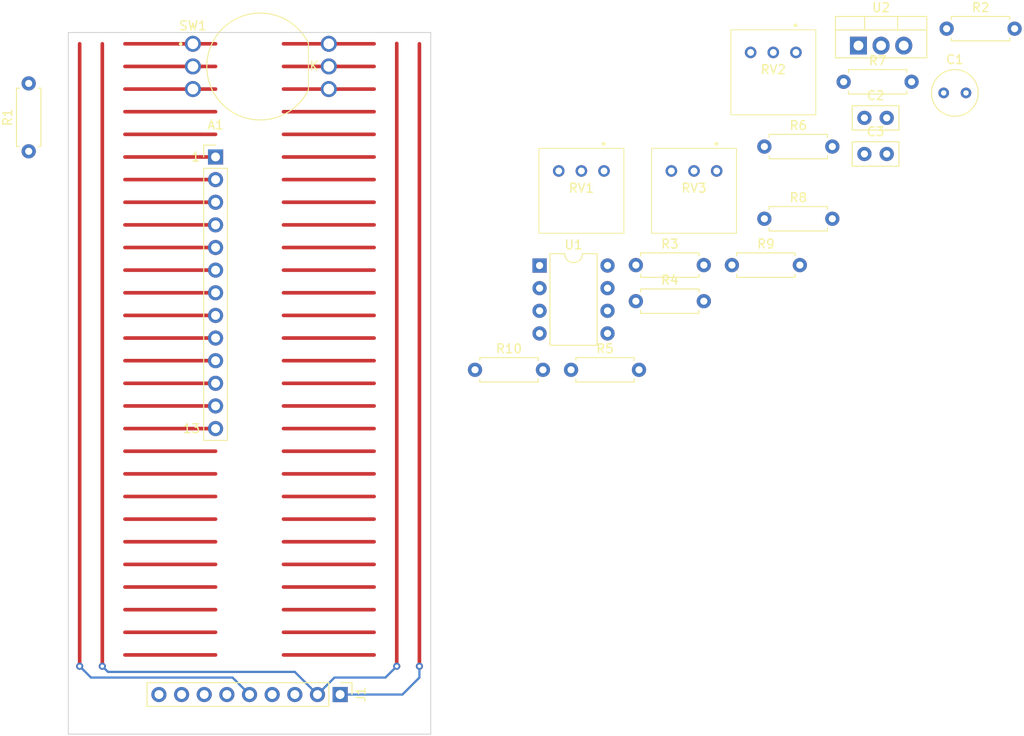
<source format=kicad_pcb>
(kicad_pcb (version 20211014) (generator pcbnew)
  (title_block (title "Eurorack ProtoModule") (date "2021-10-06") (rev "1.0") (company "Len Popp") (comment 1 "Copyright © 2022 Len Popp CC BY") (comment 2 "Layout design for my custom Eurorack breadboard prototyping module"))
  (layers (0 "F.Cu" signal) (1 "In1.Cu" jumper "Wire1.Cu") (2 "In2.Cu" jumper "Wire2.Cu") (3 "In3.Cu" jumper "Wire3.Cu") (4 "In4.Cu" jumper "Wire4.Cu") (31 "B.Cu" signal) (34 "B.Paste" user) (35 "F.Paste" user) (36 "B.SilkS" user "B.Silkscreen") (37 "F.SilkS" user "F.Silkscreen") (38 "B.Mask" user) (39 "F.Mask" user) (44 "Edge.Cuts" user))
  (net 0 "")
  (net 1 "+12V")
  (net 2 "GND")
  (net 3 "-12V")
  (net 4 "+5V")
  (net 5 "BUS-GATE")
  (net 6 "BUS-CV")
  (net 8 "IN-OUT-1")
  (net 9 "IN-OUT-2")
  (net 10 "Net-(A1-Pad1)")
  (net 11 "Net-(A1-Pad2)")
  (net 12 "Net-(A1-Pad3)")
  (net 13 "Net-(A1-Pad4)")
  (net 14 "Net-(A1-Pad5)")
  (net 15 "Net-(A1-Pad6)")
  (net 16 "unconnected-(A1-Pad7)")
  (net 17 "unconnected-(A1-Pad8)")
  (net 18 "Net-(A1-Pad9)")
  (net 19 "Net-(A1-Pad10)")
  (net 20 "Net-(A1-Pad11)")
  (net 21 "+8V")
  (net 22 "Net-(C1-Pad1)")
  (net 23 "Net-(C2-Pad1)")
  (net 24 "Net-(C3-Pad1)")
  (net 25 "Net-(R1-Pad2)")
  (net 26 "Net-(R3-Pad1)")
  (footprint "Connector_PinHeader_2.54mm:PinHeader_1x09_P2.54mm_Vertical" (layer "F.Cu") (at 113.03 98.425 -90)
    (fp_text reference "J1" (at 0 -2.33 90) (layer "F.SilkS"))
    (fp_text value "Conn_01x09")
    (fp_line (start -1.33 21.65) (end 1.33 21.65) (layer "F.SilkS") (width 0.12))
    (fp_line (start -1.33 1.27) (end -1.33 21.65) (layer "F.SilkS") (width 0.12))
    (fp_line (start 1.33 1.27) (end 1.33 21.65) (layer "F.SilkS") (width 0.12))
    (fp_line (start -1.33 -1.33) (end 0 -1.33) (layer "F.SilkS") (width 0.12))
    (fp_line (start -1.33 1.27) (end 1.33 1.27) (layer "F.SilkS") (width 0.12))
    (fp_line (start -1.33 0) (end -1.33 -1.33) (layer "F.SilkS") (width 0.12))
    (pad "1" thru_hole rect locked (at 0 0 270) (size 1.7 1.7) (drill 1) (layers *.Cu *.Mask) (net 3 "-12V"))
    (pad "2" thru_hole oval locked (at 0 2.54 270) (size 1.7 1.7) (drill 1) (layers *.Cu *.Mask) (net 2 "GND"))
    (pad "3" thru_hole oval locked (at 0 5.08 270) (size 1.7 1.7) (drill 1) (layers *.Cu *.Mask) (net 9 "IN-OUT-2"))
    (pad "4" thru_hole oval locked (at 0 7.62 270) (size 1.7 1.7) (drill 1) (layers *.Cu *.Mask) (net 8 "IN-OUT-1"))
    (pad "5" thru_hole oval locked (at 0 10.16 270) (size 1.7 1.7) (drill 1) (layers *.Cu *.Mask) (net 1 "+12V"))
    (pad "6" thru_hole oval locked (at 0 12.7 270) (size 1.7 1.7) (drill 1) (layers *.Cu *.Mask))
    (pad "7" thru_hole oval locked (at 0 15.24 270) (size 1.7 1.7) (drill 1) (layers *.Cu *.Mask) (net 4 "+5V"))
    (pad "8" thru_hole oval locked (at 0 17.78 270) (size 1.7 1.7) (drill 1) (layers *.Cu *.Mask) (net 6 "BUS-CV"))
    (pad "9" thru_hole oval locked (at 0 20.32 270) (size 1.7 1.7) (drill 1) (layers *.Cu *.Mask) (net 5 "BUS-GATE"))
  )
  (footprint "-lmp-misc:R_Axial_DIN0207_L6.3mm_D2.5mm_P7.62mm_Horizontal" (layer "F.Cu") (at 156.965 50.233)
    (fp_text reference "R9" (at 3.81 -2.37) (layer "F.SilkS"))
    (fp_text value "3K9")
    (fp_line (start 0.54 -1.04) (end 0.54 -1.37) (layer "F.SilkS") (width 0.12))
    (fp_line (start 0.54 -1.37) (end 7.08 -1.37) (layer "F.SilkS") (width 0.12))
    (fp_line (start 0.54 1.04) (end 0.54 1.37) (layer "F.SilkS") (width 0.12))
    (fp_line (start 7.08 -1.37) (end 7.08 -1.04) (layer "F.SilkS") (width 0.12))
    (fp_line (start 0.54 1.37) (end 7.08 1.37) (layer "F.SilkS") (width 0.12))
    (fp_line (start 7.08 1.37) (end 7.08 1.04) (layer "F.SilkS") (width 0.12))
    (pad "1" thru_hole circle locked (at 0 0) (size 1.6 1.6) (drill 0.8) (layers *.Cu *.Mask) (net 18 "Net-(A1-Pad9)"))
    (pad "2" thru_hole oval locked (at 7.62 0) (size 1.6 1.6) (drill 0.8) (layers *.Cu *.Mask) (net 9 "IN-OUT-2"))
  )
  (footprint "-lmp-misc:C_Disc_D5.0mm_W2.5mm_P2.50mm" (layer "F.Cu") (at 171.825 33.713)
    (fp_text reference "C2" (at 1.25 -2.5) (layer "F.SilkS"))
    (fp_text value "470P")
    (fp_line (start 3.87 -1.37) (end 3.87 1.37) (layer "F.SilkS") (width 0.12))
    (fp_line (start -1.37 1.37) (end 3.87 1.37) (layer "F.SilkS") (width 0.12))
    (fp_line (start -1.37 -1.37) (end -1.37 1.37) (layer "F.SilkS") (width 0.12))
    (fp_line (start -1.37 -1.37) (end 3.87 -1.37) (layer "F.SilkS") (width 0.12))
    (pad "1" thru_hole circle locked (at 0 0) (size 1.6 1.6) (drill 0.8) (layers *.Cu *.Mask) (net 23 "Net-(C2-Pad1)"))
    (pad "2" thru_hole circle locked (at 2.5 0) (size 1.6 1.6) (drill 0.8) (layers *.Cu *.Mask) (net 9 "IN-OUT-2"))
  )
  (footprint "-lmp-misc:C_Disc_D5.0mm_W2.5mm_P2.50mm" (layer "F.Cu") (at 171.825 37.763)
    (fp_text reference "C3" (at 1.25 -2.5) (layer "F.SilkS"))
    (fp_text value "470P")
    (fp_line (start -1.37 -1.37) (end -1.37 1.37) (layer "F.SilkS") (width 0.12))
    (fp_line (start -1.37 1.37) (end 3.87 1.37) (layer "F.SilkS") (width 0.12))
    (fp_line (start 3.87 -1.37) (end 3.87 1.37) (layer "F.SilkS") (width 0.12))
    (fp_line (start -1.37 -1.37) (end 3.87 -1.37) (layer "F.SilkS") (width 0.12))
    (pad "1" thru_hole circle locked (at 0 0) (size 1.6 1.6) (drill 0.8) (layers *.Cu *.Mask) (net 24 "Net-(C3-Pad1)"))
    (pad "2" thru_hole circle locked (at 2.5 0) (size 1.6 1.6) (drill 0.8) (layers *.Cu *.Mask) (net 2 "GND"))
  )
  (footprint "-lmp-breakout:Breakout_SW_Push_LED_C&K_D6R" (layer "F.Cu") (at 96.52 25.4)
    (fp_text reference "SW1" (at 0 -2.032) (layer "F.SilkS") (effects (font (size 1.016 1.016) (thickness 0.1524))))
    (fp_text value "SW_LED" hide)
    (fp_text user "K" (at 13.589 2.5 unlocked) (layer "F.SilkS"))
    (fp_line (start 12.954 -0.075) (end 12.954 5.175) (layer "F.SilkS") (width 0.1))
    (fp_arc (start 12.954 5.15) (mid 1.556108 2.55) (end 12.954 -0.05) (layer "F.SilkS") (width 0.12))
    (fp_arc (start -1.27 0) (mid -1.37 0.1) (end -1.47 0) (layer "F.SilkS") (width 0.2))
    (fp_arc (start -1.47 0) (mid -1.37 -0.1) (end -1.27 0) (layer "F.SilkS") (width 0.2))
    (pad "1" thru_hole circle (at 0 0) (size 1.8 1.8) (drill 1.2) (layers *.Cu *.Mask) (net 25 "Net-(R1-Pad2)"))
    (pad "2" thru_hole circle (at 15.24 0) (size 1.8 1.8) (drill 1.2) (layers *.Cu *.Mask) (net 25 "Net-(R1-Pad2)"))
    (pad "3" thru_hole circle (at 0 5.08) (size 1.8 1.8) (drill 1.2) (layers *.Cu *.Mask) (net 2 "GND"))
    (pad "4" thru_hole circle (at 15.24 5.08) (size 1.8 1.8) (drill 1.2) (layers *.Cu *.Mask) (net 2 "GND"))
    (pad "5" thru_hole circle (at 0 2.54) (size 1.8 1.8) (drill 1.2) (layers *.Cu *.Mask) (net 25 "Net-(R1-Pad2)"))
    (pad "6" thru_hole circle (at 15.24 2.54) (size 1.8 1.8) (drill 1.2) (layers *.Cu *.Mask) (net 2 "GND"))
  )
  (footprint "-lmp-misc:R_Axial_DIN0207_L6.3mm_D2.5mm_P7.62mm_Horizontal" (layer "F.Cu") (at 128.155 61.983)
    (fp_text reference "R10" (at 3.81 -2.37) (layer "F.SilkS"))
    (fp_text value "3K9")
    (fp_line (start 0.54 1.37) (end 7.08 1.37) (layer "F.SilkS") (width 0.12))
    (fp_line (start 7.08 1.37) (end 7.08 1.04) (layer "F.SilkS") (width 0.12))
    (fp_line (start 7.08 -1.37) (end 7.08 -1.04) (layer "F.SilkS") (width 0.12))
    (fp_line (start 0.54 -1.37) (end 7.08 -1.37) (layer "F.SilkS") (width 0.12))
    (fp_line (start 0.54 1.04) (end 0.54 1.37) (layer "F.SilkS") (width 0.12))
    (fp_line (start 0.54 -1.04) (end 0.54 -1.37) (layer "F.SilkS") (width 0.12))
    (pad "1" thru_hole circle locked (at 0 0) (size 1.6 1.6) (drill 0.8) (layers *.Cu *.Mask) (net 19 "Net-(A1-Pad10)"))
    (pad "2" thru_hole oval locked (at 7.62 0) (size 1.6 1.6) (drill 0.8) (layers *.Cu *.Mask) (net 2 "GND"))
  )
  (footprint "-lmp-misc:R_Axial_DIN0207_L6.3mm_D2.5mm_P7.62mm_Horizontal" (layer "F.Cu") (at 181.045 23.703)
    (fp_text reference "R2" (at 3.81 -2.37) (layer "F.SilkS"))
    (fp_text value "100K")
    (fp_line (start 7.08 1.37) (end 7.08 1.04) (layer "F.SilkS") (width 0.12))
    (fp_line (start 0.54 1.04) (end 0.54 1.37) (layer "F.SilkS") (width 0.12))
    (fp_line (start 7.08 -1.37) (end 7.08 -1.04) (layer "F.SilkS") (width 0.12))
    (fp_line (start 0.54 -1.37) (end 7.08 -1.37) (layer "F.SilkS") (width 0.12))
    (fp_line (start 0.54 1.37) (end 7.08 1.37) (layer "F.SilkS") (width 0.12))
    (fp_line (start 0.54 -1.04) (end 0.54 -1.37) (layer "F.SilkS") (width 0.12))
    (pad "1" thru_hole circle locked (at 0 0) (size 1.6 1.6) (drill 0.8) (layers *.Cu *.Mask) (net 8 "IN-OUT-1"))
    (pad "2" thru_hole oval locked (at 7.62 0) (size 1.6 1.6) (drill 0.8) (layers *.Cu *.Mask) (net 2 "GND"))
  )
  (footprint "-lmp-misc:Potentiometer_Bourns_3310R_Top" (layer "F.Cu") (at 140.085 41.593)
    (fp_text reference "RV1" (at 0 0) (layer "F.SilkS"))
    (fp_text value "100K" hide)
    (fp_line (start -4.765 -4.465) (end 4.765 -4.465) (layer "F.SilkS") (width 0.1))
    (fp_line (start 2.6 -4.965) (end 2.6 -4.965) (layer "F.SilkS") (width 0.2))
    (fp_line (start 2.4 -4.965) (end 2.4 -4.965) (layer "F.SilkS") (width 0.2))
    (fp_line (start 4.765 5.065) (end -4.765 5.065) (layer "F.SilkS") (width 0.1))
    (fp_line (start -4.765 5.065) (end -4.765 -4.465) (layer "F.SilkS") (width 0.1))
    (fp_line (start 4.765 -4.465) (end 4.765 5.065) (layer "F.SilkS") (width 0.1))
    (fp_arc (start 2.4 -4.965) (mid 2.5 -5.065) (end 2.6 -4.965) (layer "F.SilkS") (width 0.2))
    (fp_arc (start 2.6 -4.965) (mid 2.5 -4.865) (end 2.4 -4.965) (layer "F.SilkS") (width 0.2))
    (pad "1" thru_hole circle (at 2.54 -1.925) (size 1.302857 1.302857) (drill 0.76) (layers *.Cu *.Mask) (net 10 "Net-(A1-Pad1)"))
    (pad "2" thru_hole circle (at 0 -1.925) (size 1.302857 1.302857) (drill 0.76) (layers *.Cu *.Mask) (net 12 "Net-(A1-Pad3)"))
    (pad "3" thru_hole circle (at -2.54 -1.925) (size 1.302857 1.302857) (drill 0.76) (layers *.Cu *.Mask) (net 2 "GND"))
  )
  (footprint "-lmp-misc:R_Axial_DIN0207_L6.3mm_D2.5mm_P7.62mm_Horizontal" (layer "F.Cu") (at 146.195 50.233)
    (fp_text reference "R3" (at 3.81 -2.37) (layer "F.SilkS"))
    (fp_text value "100K")
    (fp_line (start 0.54 1.04) (end 0.54 1.37) (layer "F.SilkS") (width 0.12))
    (fp_line (start 0.54 1.37) (end 7.08 1.37) (layer "F.SilkS") (width 0.12))
    (fp_line (start 0.54 -1.04) (end 0.54 -1.37) (layer "F.SilkS") (width 0.12))
    (fp_line (start 0.54 -1.37) (end 7.08 -1.37) (layer "F.SilkS") (width 0.12))
    (fp_line (start 7.08 -1.37) (end 7.08 -1.04) (layer "F.SilkS") (width 0.12))
    (fp_line (start 7.08 1.37) (end 7.08 1.04) (layer "F.SilkS") (width 0.12))
    (pad "1" thru_hole circle locked (at 0 0) (size 1.6 1.6) (drill 0.8) (layers *.Cu *.Mask) (net 26 "Net-(R3-Pad1)"))
    (pad "2" thru_hole oval locked (at 7.62 0) (size 1.6 1.6) (drill 0.8) (layers *.Cu *.Mask) (net 22 "Net-(C1-Pad1)"))
  )
  (footprint "-lmp-misc:C_Radial_D5.0mm_H5.0mm_P2.50mm" (layer "F.Cu") (at 180.715 30.913)
    (fp_text reference "C1" (at 1.25 -3.75) (layer "F.SilkS"))
    (fp_text value "10U")
    (fp_circle (center 1.25 0) (end 3.87 0) (layer "F.SilkS") (width 0.12) (fill none))
    (pad "1" thru_hole circle locked (at 0 0) (size 1.2 1.2) (drill 0.6) (layers *.Cu *.Mask) (net 22 "Net-(C1-Pad1)"))
    (pad "2" thru_hole circle locked (at 2.5 0) (size 1.2 1.2) (drill 0.6) (layers *.Cu *.Mask) (net 20 "Net-(A1-Pad11)"))
  )
  (footprint "Package_DIP:DIP-8_W7.62mm" (layer "F.Cu") (at 135.395 50.283)
    (fp_text reference "U1" (at 3.81 -2.33) (layer "F.SilkS"))
    (fp_text value "TL072")
    (fp_line (start 6.46 -1.33) (end 4.81 -1.33) (layer "F.SilkS") (width 0.12))
    (fp_line (start 1.16 8.95) (end 6.46 8.95) (layer "F.SilkS") (width 0.12))
    (fp_line (start 6.46 8.95) (end 6.46 -1.33) (layer "F.SilkS") (width 0.12))
    (fp_line (start 2.81 -1.33) (end 1.16 -1.33) (layer "F.SilkS") (width 0.12))
    (fp_line (start 1.16 -1.33) (end 1.16 8.95) (layer "F.SilkS") (width 0.12))
    (fp_arc (start 4.81 -1.33) (mid 3.81 -0.33) (end 2.81 -1.33) (layer "F.SilkS") (width 0.12))
    (pad "1" thru_hole rect (at 0 0) (size 1.6 1.6) (drill 0.8) (layers *.Cu *.Mask) (net 26 "Net-(R3-Pad1)"))
    (pad "2" thru_hole oval (at 0 2.54) (size 1.6 1.6) (drill 0.8) (layers *.Cu *.Mask) (net 26 "Net-(R3-Pad1)"))
    (pad "3" thru_hole oval (at 0 5.08) (size 1.6 1.6) (drill 0.8) (layers *.Cu *.Mask) (net 8 "IN-OUT-1"))
    (pad "4" thru_hole oval (at 0 7.62) (size 1.6 1.6) (drill 0.8) (layers *.Cu *.Mask) (net 3 "-12V"))
    (pad "5" thru_hole oval (at 7.62 7.62) (size 1.6 1.6) (drill 0.8) (layers *.Cu *.Mask) (net 24 "Net-(C3-Pad1)"))
    (pad "6" thru_hole oval (at 7.62 5.08) (size 1.6 1.6) (drill 0.8) (layers *.Cu *.Mask) (net 23 "Net-(C2-Pad1)"))
    (pad "7" thru_hole oval (at 7.62 2.54) (size 1.6 1.6) (drill 0.8) (layers *.Cu *.Mask) (net 9 "IN-OUT-2"))
    (pad "8" thru_hole oval (at 7.62 0) (size 1.6 1.6) (drill 0.8) (layers *.Cu *.Mask) (net 1 "+12V"))
  )
  (footprint "-lmp-misc:R_Axial_DIN0207_L6.3mm_D2.5mm_P7.62mm_Horizontal" (layer "F.Cu") (at 169.495 29.663)
    (fp_text reference "R7" (at 3.81 -2.37) (layer "F.SilkS"))
    (fp_text value "10K")
    (fp_line (start 0.54 1.04) (end 0.54 1.37) (layer "F.SilkS") (width 0.12))
    (fp_line (start 0.54 -1.04) (end 0.54 -1.37) (layer "F.SilkS") (width 0.12))
    (fp_line (start 0.54 1.37) (end 7.08 1.37) (layer "F.SilkS") (width 0.12))
    (fp_line (start 7.08 1.37) (end 7.08 1.04) (layer "F.SilkS") (width 0.12))
    (fp_line (start 0.54 -1.37) (end 7.08 -1.37) (layer "F.SilkS") (width 0.12))
    (fp_line (start 7.08 -1.37) (end 7.08 -1.04) (layer "F.SilkS") (width 0.12))
    (pad "1" thru_hole circle locked (at 0 0) (size 1.6 1.6) (drill 0.8) (layers *.Cu *.Mask) (net 18 "Net-(A1-Pad9)"))
    (pad "2" thru_hole oval locked (at 7.62 0) (size 1.6 1.6) (drill 0.8) (layers *.Cu *.Mask) (net 23 "Net-(C2-Pad1)"))
  )
  (footprint "-lmp-misc:R_Axial_DIN0207_L6.3mm_D2.5mm_P7.62mm_Horizontal" (layer "F.Cu") (at 138.925 61.983)
    (fp_text reference "R5" (at 3.81 -2.37) (layer "F.SilkS"))
    (fp_text value "100K")
    (fp_line (start 0.54 1.37) (end 7.08 1.37) (layer "F.SilkS") (width 0.12))
    (fp_line (start 0.54 -1.04) (end 0.54 -1.37) (layer "F.SilkS") (width 0.12))
    (fp_line (start 0.54 1.04) (end 0.54 1.37) (layer "F.SilkS") (width 0.12))
    (fp_line (start 7.08 1.37) (end 7.08 1.04) (layer "F.SilkS") (width 0.12))
    (fp_line (start 0.54 -1.37) (end 7.08 -1.37) (layer "F.SilkS") (width 0.12))
    (fp_line (start 7.08 -1.37) (end 7.08 -1.04) (layer "F.SilkS") (width 0.12))
    (pad "1" thru_hole circle locked (at 0 0) (size 1.6 1.6) (drill 0.8) (layers *.Cu *.Mask) (net 10 "Net-(A1-Pad1)"))
    (pad "2" thru_hole oval locked (at 7.62 0) (size 1.6 1.6) (drill 0.8) (layers *.Cu *.Mask) (net 15 "Net-(A1-Pad6)"))
  )
  (footprint "-lmp-misc:R_Axial_DIN0207_L6.3mm_D2.5mm_P7.62mm_Horizontal" (layer "F.Cu") (at 160.605 36.933)
    (fp_text reference "R6" (at 3.81 -2.37) (layer "F.SilkS"))
    (fp_text value "56K")
    (fp_line (start 0.54 1.04) (end 0.54 1.37) (layer "F.SilkS") (width 0.12))
    (fp_line (start 0.54 -1.04) (end 0.54 -1.37) (layer "F.SilkS") (width 0.12))
    (fp_line (start 0.54 1.37) (end 7.08 1.37) (layer "F.SilkS") (width 0.12))
    (fp_line (start 0.54 -1.37) (end 7.08 -1.37) (layer "F.SilkS") (width 0.12))
    (fp_line (start 7.08 1.37) (end 7.08 1.04) (layer "F.SilkS") (width 0.12))
    (fp_line (start 7.08 -1.37) (end 7.08 -1.04) (layer "F.SilkS") (width 0.12))
    (pad "1" thru_hole circle locked (at 0 0) (size 1.6 1.6) (drill 0.8) (layers *.Cu *.Mask) (net 15 "Net-(A1-Pad6)"))
    (pad "2" thru_hole oval locked (at 7.62 0) (size 1.6 1.6) (drill 0.8) (layers *.Cu *.Mask) (net 2 "GND"))
  )
  (footprint "-lmp-misc:Potentiometer_Bourns_3310R_Top" (layer "F.Cu") (at 161.605 28.293)
    (fp_text reference "RV2" (at 0 0) (layer "F.SilkS"))
    (fp_text value "100K" hide)
    (fp_line (start 2.4 -4.965) (end 2.4 -4.965) (layer "F.SilkS") (width 0.2))
    (fp_line (start -4.765 5.065) (end -4.765 -4.465) (layer "F.SilkS") (width 0.1))
    (fp_line (start -4.765 -4.465) (end 4.765 -4.465) (layer "F.SilkS") (width 0.1))
    (fp_line (start 4.765 5.065) (end -4.765 5.065) (layer "F.SilkS") (width 0.1))
    (fp_line (start 4.765 -4.465) (end 4.765 5.065) (layer "F.SilkS") (width 0.1))
    (fp_line (start 2.6 -4.965) (end 2.6 -4.965) (layer "F.SilkS") (width 0.2))
    (fp_arc (start 2.6 -4.965) (mid 2.5 -4.865) (end 2.4 -4.965) (layer "F.SilkS") (width 0.2))
    (fp_arc (start 2.4 -4.965) (mid 2.5 -5.065) (end 2.6 -4.965) (layer "F.SilkS") (width 0.2))
    (pad "1" thru_hole circle (at 2.54 -1.925) (size 1.302857 1.302857) (drill 0.76) (layers *.Cu *.Mask) (net 10 "Net-(A1-Pad1)"))
    (pad "2" thru_hole circle (at 0 -1.925) (size 1.302857 1.302857) (drill 0.76) (layers *.Cu *.Mask) (net 13 "Net-(A1-Pad4)"))
    (pad "3" thru_hole circle (at -2.54 -1.925) (size 1.302857 1.302857) (drill 0.76) (layers *.Cu *.Mask) (net 2 "GND"))
  )
  (footprint "-lmp-misc:Potentiometer_Bourns_3310R_Top" (layer "F.Cu") (at 152.715 41.593)
    (fp_text reference "RV3" (at 0 0) (layer "F.SilkS"))
    (fp_text value "100K" hide)
    (fp_line (start 4.765 -4.465) (end 4.765 5.065) (layer "F.SilkS") (width 0.1))
    (fp_line (start 4.765 5.065) (end -4.765 5.065) (layer "F.SilkS") (width 0.1))
    (fp_line (start -4.765 5.065) (end -4.765 -4.465) (layer "F.SilkS") (width 0.1))
    (fp_line (start 2.4 -4.965) (end 2.4 -4.965) (layer "F.SilkS") (width 0.2))
    (fp_line (start -4.765 -4.465) (end 4.765 -4.465) (layer "F.SilkS") (width 0.1))
    (fp_line (start 2.6 -4.965) (end 2.6 -4.965) (layer "F.SilkS") (width 0.2))
    (fp_arc (start 2.6 -4.965) (mid 2.5 -4.865) (end 2.4 -4.965) (layer "F.SilkS") (width 0.2))
    (fp_arc (start 2.4 -4.965) (mid 2.5 -5.065) (end 2.6 -4.965) (layer "F.SilkS") (width 0.2))
    (pad "1" thru_hole circle (at 2.54 -1.925) (size 1.302857 1.302857) (drill 0.76) (layers *.Cu *.Mask) (net 10 "Net-(A1-Pad1)"))
    (pad "2" thru_hole circle (at 0 -1.925) (size 1.302857 1.302857) (drill 0.76) (layers *.Cu *.Mask) (net 14 "Net-(A1-Pad5)"))
    (pad "3" thru_hole circle (at -2.54 -1.925) (size 1.302857 1.302857) (drill 0.76) (layers *.Cu *.Mask) (net 2 "GND"))
  )
  (footprint "-lmp-misc:R_Axial_DIN0207_L6.3mm_D2.5mm_P7.62mm_Horizontal" (layer "F.Cu") (at 160.605 45.033)
    (fp_text reference "R8" (at 3.81 -2.37) (layer "F.SilkS"))
    (fp_text value "10K")
    (fp_line (start 0.54 1.04) (end 0.54 1.37) (layer "F.SilkS") (width 0.12))
    (fp_line (start 0.54 1.37) (end 7.08 1.37) (layer "F.SilkS") (width 0.12))
    (fp_line (start 0.54 -1.04) (end 0.54 -1.37) (layer "F.SilkS") (width 0.12))
    (fp_line (start 7.08 1.37) (end 7.08 1.04) (layer "F.SilkS") (width 0.12))
    (fp_line (start 0.54 -1.37) (end 7.08 -1.37) (layer "F.SilkS") (width 0.12))
    (fp_line (start 7.08 -1.37) (end 7.08 -1.04) (layer "F.SilkS") (width 0.12))
    (pad "1" thru_hole circle locked (at 0 0) (size 1.6 1.6) (drill 0.8) (layers *.Cu *.Mask) (net 19 "Net-(A1-Pad10)"))
    (pad "2" thru_hole oval locked (at 7.62 0) (size 1.6 1.6) (drill 0.8) (layers *.Cu *.Mask) (net 24 "Net-(C3-Pad1)"))
  )
  (footprint "-lmp-misc:R_Axial_DIN0207_L6.3mm_D2.5mm_P7.62mm_Horizontal" (layer "F.Cu") (at 78.105 37.465 90)
    (fp_text reference "R1" (at 3.81 -2.37 90) (layer "F.SilkS"))
    (fp_text value "1K")
    (fp_line (start 7.08 -1.37) (end 7.08 -1.04) (layer "F.SilkS") (width 0.12))
    (fp_line (start 0.54 1.37) (end 7.08 1.37) (layer "F.SilkS") (width 0.12))
    (fp_line (start 0.54 -1.04) (end 0.54 -1.37) (layer "F.SilkS") (width 0.12))
    (fp_line (start 7.08 1.37) (end 7.08 1.04) (layer "F.SilkS") (width 0.12))
    (fp_line (start 0.54 -1.37) (end 7.08 -1.37) (layer "F.SilkS") (width 0.12))
    (fp_line (start 0.54 1.04) (end 0.54 1.37) (layer "F.SilkS") (width 0.12))
    (pad "1" thru_hole circle locked (at 0 0 90) (size 1.6 1.6) (drill 0.8) (layers *.Cu *.Mask) (net 11 "Net-(A1-Pad2)"))
    (pad "2" thru_hole oval locked (at 7.62 0 90) (size 1.6 1.6) (drill 0.8) (layers *.Cu *.Mask) (net 25 "Net-(R1-Pad2)"))
  )
  (footprint "-lmp-synth:Module_ABE_Vert" (layer "F.Cu") (at 99.06 38.1)
    (fp_text reference "A1" (at 0 -3.6) (layer "F.SilkS"))
    (fp_text value "Module_ABE")
    (fp_text user "1" (at -1.651 0 unlocked) (layer "F.SilkS") (effects (justify right)))
    (fp_text user "13" (at -1.651 30.48 unlocked) (layer "F.SilkS") (effects (justify right)))
    (fp_line (start -1.33 0) (end -1.33 -1.33) (layer "F.SilkS") (width 0.12))
    (fp_line (start -1.33 1.27) (end -1.33 31.81) (layer "F.SilkS") (width 0.12))
    (fp_line (start -1.33 31.81) (end 1.33 31.81) (layer "F.SilkS") (width 0.12))
    (fp_line (start -1.33 1.27) (end 1.33 1.27) (layer "F.SilkS") (width 0.12))
    (fp_line (start 1.33 1.27) (end 1.33 31.81) (layer "F.SilkS") (width 0.12))
    (fp_line (start -1.33 -1.33) (end 0 -1.33) (layer "F.SilkS") (width 0.12))
    (pad "1" thru_hole rect (at 0 0) (size 1.7 1.7) (drill 1) (layers *.Cu *.Mask) (net 10 "Net-(A1-Pad1)"))
    (pad "2" thru_hole oval (at 0 2.54) (size 1.7 1.7) (drill 1) (layers *.Cu *.Mask) (net 11 "Net-(A1-Pad2)"))
    (pad "3" thru_hole oval (at 0 5.08) (size 1.7 1.7) (drill 1) (layers *.Cu *.Mask) (net 12 "Net-(A1-Pad3)"))
    (pad "4" thru_hole oval (at 0 7.62) (size 1.7 1.7) (drill 1) (layers *.Cu *.Mask) (net 13 "Net-(A1-Pad4)"))
    (pad "5" thru_hole oval (at 0 10.16) (size 1.7 1.7) (drill 1) (layers *.Cu *.Mask) (net 14 "Net-(A1-Pad5)"))
    (pad "6" thru_hole oval (at 0 12.7) (size 1.7 1.7) (drill 1) (layers *.Cu *.Mask) (net 15 "Net-(A1-Pad6)"))
    (pad "7" thru_hole oval (at 0 15.24) (size 1.7 1.7) (drill 1) (layers *.Cu *.Mask) (net 16 "unconnected-(A1-Pad7)"))
    (pad "8" thru_hole oval (at 0 17.78) (size 1.7 1.7) (drill 1) (layers *.Cu *.Mask) (net 17 "unconnected-(A1-Pad8)"))
    (pad "9" thru_hole oval (at 0 20.32) (size 1.7 1.7) (drill 1) (layers *.Cu *.Mask) (net 18 "Net-(A1-Pad9)"))
    (pad "10" thru_hole oval (at 0 22.86) (size 1.7 1.7) (drill 1) (layers *.Cu *.Mask) (net 19 "Net-(A1-Pad10)"))
    (pad "11" thru_hole oval (at 0 25.4) (size 1.7 1.7) (drill 1) (layers *.Cu *.Mask) (net 20 "Net-(A1-Pad11)"))
    (pad "12" thru_hole oval (at 0 27.94) (size 1.7 1.7) (drill 1) (layers *.Cu *.Mask) (net 2 "GND"))
    (pad "13" thru_hole oval (at 0 30.48) (size 1.7 1.7) (drill 1) (layers *.Cu *.Mask) (net 21 "+8V"))
  )
  (footprint "-lmp-misc:R_Axial_DIN0207_L6.3mm_D2.5mm_P7.62mm_Horizontal" (layer "F.Cu") (at 146.195 54.283)
    (fp_text reference "R4" (at 3.81 -2.37) (layer "F.SilkS"))
    (fp_text value "33K")
    (fp_line (start 0.54 1.04) (end 0.54 1.37) (layer "F.SilkS") (width 0.12))
    (fp_line (start 7.08 1.37) (end 7.08 1.04) (layer "F.SilkS") (width 0.12))
    (fp_line (start 0.54 -1.04) (end 0.54 -1.37) (layer "F.SilkS") (width 0.12))
    (fp_line (start 0.54 -1.37) (end 7.08 -1.37) (layer "F.SilkS") (width 0.12))
    (fp_line (start 7.08 -1.37) (end 7.08 -1.04) (layer "F.SilkS") (width 0.12))
    (fp_line (start 0.54 1.37) (end 7.08 1.37) (layer "F.SilkS") (width 0.12))
    (pad "1" thru_hole circle locked (at 0 0) (size 1.6 1.6) (drill 0.8) (layers *.Cu *.Mask) (net 22 "Net-(C1-Pad1)"))
    (pad "2" thru_hole oval locked (at 7.62 0) (size 1.6 1.6) (drill 0.8) (layers *.Cu *.Mask) (net 2 "GND"))
  )
  (footprint "Package_TO_SOT_THT:TO-220-3_Vertical" (layer "F.Cu") (at 171.155 25.603)
    (fp_text reference "U2" (at 2.54 -4.27) (layer "F.SilkS"))
    (fp_text value "L7808")
    (fp_line (start 7.66 -3.27) (end 7.66 1.371) (layer "F.SilkS") (width 0.12))
    (fp_line (start -2.58 -3.27) (end -2.58 1.371) (layer "F.SilkS") (width 0.12))
    (fp_line (start -2.58 -1.76) (end 7.66 -1.76) (layer "F.SilkS") (width 0.12))
    (fp_line (start -2.58 1.371) (end 7.66 1.371) (layer "F.SilkS") (width 0.12))
    (fp_line (start -2.58 -3.27) (end 7.66 -3.27) (layer "F.SilkS") (width 0.12))
    (fp_line (start 0.69 -3.27) (end 0.69 -1.76) (layer "F.SilkS") (width 0.12))
    (fp_line (start 4.391 -3.27) (end 4.391 -1.76) (layer "F.SilkS") (width 0.12))
    (pad "1" thru_hole rect (at 0 0) (size 1.905 2) (drill 1.1) (layers *.Cu *.Mask) (net 1 "+12V"))
    (pad "2" thru_hole oval (at 2.54 0) (size 1.905 2) (drill 1.1) (layers *.Cu *.Mask) (net 2 "GND"))
    (pad "3" thru_hole oval (at 5.08 0) (size 1.905 2) (drill 1.1) (layers *.Cu *.Mask) (net 21 "+8V"))
  )
  (gr_line (start 123.19 102.87) (end 82.55 102.87) (layer "Edge.Cuts") (width 0.1))
  (gr_line (start 123.19 24.13) (end 123.19 102.87) (layer "Edge.Cuts") (width 0.1))
  (gr_line (start 82.55 102.87) (end 82.55 24.13) (layer "Edge.Cuts") (width 0.1))
  (gr_line (start 82.55 24.13) (end 123.19 24.13) (layer "Edge.Cuts") (width 0.1))
  (segment (start 99.06 78.74) (end 88.9 78.74) (width 0.4064) (layer "F.Cu") (net 0))
  (segment (start 99.06 86.36) (end 88.9 86.36) (width 0.4064) (layer "F.Cu") (net 0))
  (segment (start 116.84 78.74) (end 106.68 78.74) (width 0.4064) (layer "F.Cu") (net 0))
  (segment (start 116.84 73.66) (end 106.68 73.66) (width 0.4064) (layer "F.Cu") (net 0))
  (segment (start 99.06 33.02) (end 88.9 33.02) (width 0.4064) (layer "F.Cu") (net 0))
  (segment (start 99.06 88.9) (end 88.9 88.9) (width 0.4064) (layer "F.Cu") (net 0))
  (segment (start 99.06 71.12) (end 88.9 71.12) (width 0.4064) (layer "F.Cu") (net 0))
  (segment (start 99.06 91.44) (end 88.9 91.44) (width 0.4064) (layer "F.Cu") (net 0))
  (segment (start 99.06 83.82) (end 88.9 83.82) (width 0.4064) (layer "F.Cu") (net 0))
  (segment (start 116.84 66.04) (end 106.68 66.04) (width 0.4064) (layer "F.Cu") (net 0))
  (segment (start 99.06 73.66) (end 88.9 73.66) (width 0.4064) (layer "F.Cu") (net 0))
  (segment (start 99.06 93.98) (end 88.9 93.98) (width 0.4064) (layer "F.Cu") (net 0))
  (segment (start 116.84 40.64) (end 106.68 40.64) (width 0.4064) (layer "F.Cu") (net 0))
  (segment (start 99.06 76.2) (end 88.9 76.2) (width 0.4064) (layer "F.Cu") (net 0))
  (segment (start 116.84 81.28) (end 106.68 81.28) (width 0.4064) (layer "F.Cu") (net 0))
  (segment (start 99.06 81.28) (end 88.9 81.28) (width 0.4064) (layer "F.Cu") (net 0))
  (segment (start 99.06 35.56) (end 88.9 35.56) (width 0.4064) (layer "F.Cu") (net 0))
  (segment (start 116.84 48.26) (end 106.68 48.26) (width 0.4064) (layer "F.Cu") (net 0))
  (segment (start 116.84 88.9) (end 106.68 88.9) (width 0.4064) (layer "F.Cu") (net 0))
  (segment (start 116.84 93.98) (end 106.68 93.98) (width 0.4064) (layer "F.Cu") (net 0))
  (segment (start 116.84 50.8) (end 106.68 50.8) (width 0.4064) (layer "F.Cu") (net 0))
  (segment (start 116.84 43.18) (end 106.68 43.18) (width 0.4064) (layer "F.Cu") (net 0))
  (segment (start 116.84 86.36) (end 106.68 86.36) (width 0.4064) (layer "F.Cu") (net 0))
  (segment (start 116.84 76.2) (end 106.68 76.2) (width 0.4064) (layer "F.Cu") (net 0))
  (segment (start 116.84 35.56) (end 106.68 35.56) (width 0.4064) (layer "F.Cu") (net 0))
  (segment (start 116.84 60.96) (end 106.68 60.96) (width 0.4064) (layer "F.Cu") (net 0))
  (segment (start 116.84 38.1) (end 106.68 38.1) (width 0.4064) (layer "F.Cu") (net 0))
  (segment (start 116.84 53.34) (end 106.68 53.34) (width 0.4064) (layer "F.Cu") (net 0))
  (segment (start 116.84 68.58) (end 106.68 68.58) (width 0.4064) (layer "F.Cu") (net 0))
  (segment (start 116.84 33.02) (end 106.68 33.02) (width 0.4064) (layer "F.Cu") (net 0))
  (segment (start 116.84 58.42) (end 106.68 58.42) (width 0.4064) (layer "F.Cu") (net 0))
  (segment (start 116.84 83.82) (end 106.68 83.82) (width 0.4064) (layer "F.Cu") (net 0))
  (segment (start 116.84 71.12) (end 106.68 71.12) (width 0.4064) (layer "F.Cu") (net 0))
  (segment (start 116.84 91.44) (end 106.68 91.44) (width 0.4064) (layer "F.Cu") (net 0))
  (segment (start 116.84 55.88) (end 106.68 55.88) (width 0.4064) (layer "F.Cu") (net 0))
  (segment (start 116.84 45.72) (end 106.68 45.72) (width 0.4064) (layer "F.Cu") (net 0))
  (segment (start 116.84 63.5) (end 106.68 63.5) (width 0.4064) (layer "F.Cu") (net 0))
  (segment (start 83.82 25.4) (end 83.82 95.25) (width 0.4064) (layer "F.Cu") (net 1))
  (segment (start 83.82 95.25) (end 83.82 95.25) (width 0.4064) (layer "F.Cu") (net 1))
  (via (at 83.82 95.25) (size 0.8) (drill 0.4) (layers "F.Cu" "B.Cu") (net 1))
  (segment (start 102.87 98.425) (end 100.965 96.52) (width 0.25) (layer "B.Cu") (net 1))
  (segment (start 85.09 96.52) (end 84.219999 95.649999) (width 0.25) (layer "B.Cu") (net 1))
  (segment (start 100.965 96.52) (end 85.09 96.52) (width 0.25) (layer "B.Cu") (net 1))
  (segment (start 84.219999 95.649999) (end 83.82 95.25) (width 0.25) (layer "B.Cu") (net 1))
  (segment (start 86.36 25.4) (end 86.36 95.25) (width 0.4064) (layer "F.Cu") (net 2))
  (segment (start 99.06 30.48) (end 88.9 30.48) (width 0.4064) (layer "F.Cu") (net 2))
  (segment (start 99.06 66.04) (end 88.9 66.04) (width 0.4064) (layer "F.Cu") (net 2))
  (segment (start 119.38 25.36) (end 119.38 95.25) (width 0.4064) (layer "F.Cu") (net 2))
  (segment (start 116.84 27.94) (end 106.68 27.94) (width 0.4064) (layer "F.Cu") (net 2))
  (segment (start 116.84 30.48) (end 106.68 30.48) (width 0.4064) (layer "F.Cu") (net 2))
  (segment (start 119.38 95.25) (end 119.38 95.25) (width 0.4064) (layer "F.Cu") (net 2))
  (segment (start 86.36 95.25) (end 86.36 95.25) (width 0.4064) (layer "F.Cu") (net 2))
  (via (at 119.38 95.25) (size 0.8) (drill 0.4) (layers "F.Cu" "B.Cu") (net 2))
  (via (at 86.36 95.25) (size 0.8) (drill 0.4) (layers "F.Cu" "B.Cu") (net 2))
  (segment (start 86.36 95.25) (end 86.995 95.885) (width 0.25) (layer "B.Cu") (net 2))
  (segment (start 107.95 95.885) (end 110.49 98.425) (width 0.25) (layer "B.Cu") (net 2))
  (segment (start 112.395 96.52) (end 110.49 98.425) (width 0.25) (layer "B.Cu") (net 2))
  (segment (start 119.38 95.25) (end 118.11 96.52) (width 0.25) (layer "B.Cu") (net 2))
  (segment (start 118.11 96.52) (end 112.395 96.52) (width 0.25) (layer "B.Cu") (net 2))
  (segment (start 86.995 95.885) (end 107.95 95.885) (width 0.25) (layer "B.Cu") (net 2))
  (segment (start 121.92 25.4) (end 121.92 95.25) (width 0.4064) (layer "F.Cu") (net 3))
  (segment (start 121.92 95.25) (end 121.92 95.25) (width 0.4064) (layer "F.Cu") (net 3))
  (via (at 121.92 95.25) (size 0.8) (drill 0.4) (layers "F.Cu" "B.Cu") (net 3))
  (segment (start 121.92 95.25) (end 121.92 96.52) (width 0.25) (layer "B.Cu") (net 3))
  (segment (start 120.015 98.425) (end 113.03 98.425) (width 0.25) (layer "B.Cu") (net 3))
  (segment (start 121.92 96.52) (end 120.015 98.425) (width 0.25) (layer "B.Cu") (net 3))
  (segment (start 99.06 38.1) (end 88.9 38.1) (width 0.4064) (layer "F.Cu") (net 10))
  (segment (start 99.06 40.64) (end 88.9 40.64) (width 0.4064) (layer "F.Cu") (net 11))
  (segment (start 99.06 43.18) (end 88.9 43.18) (width 0.4064) (layer "F.Cu") (net 12))
  (segment (start 99.06 45.72) (end 88.9 45.72) (width 0.4064) (layer "F.Cu") (net 13))
  (segment (start 99.06 48.26) (end 88.9 48.26) (width 0.4064) (layer "F.Cu") (net 14))
  (segment (start 99.06 50.8) (end 88.9 50.8) (width 0.4064) (layer "F.Cu") (net 15))
  (segment (start 99.06 53.34) (end 88.9 53.34) (width 0.4064) (layer "F.Cu") (net 16))
  (segment (start 99.06 55.88) (end 88.9 55.88) (width 0.4064) (layer "F.Cu") (net 17))
  (segment (start 99.06 58.42) (end 88.9 58.42) (width 0.4064) (layer "F.Cu") (net 18))
  (segment (start 99.06 60.96) (end 88.9 60.96) (width 0.4064) (layer "F.Cu") (net 19))
  (segment (start 99.06 63.5) (end 88.9 63.5) (width 0.4064) (layer "F.Cu") (net 20))
  (segment (start 99.06 68.58) (end 88.9 68.58) (width 0.4064) (layer "F.Cu") (net 21))
  (segment (start 99.06 27.94) (end 88.9 27.94) (width 0.4064) (layer "F.Cu") (net 25))
  (segment (start 99.06 25.4) (end 88.9 25.4) (width 0.4064) (layer "F.Cu") (net 25))
  (segment (start 116.84 25.4) (end 106.68 25.4) (width 0.4064) (layer "F.Cu") (net 25))
)
</source>
